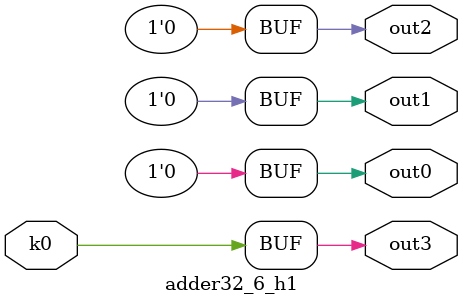
<source format=v>
module adder32_6(pi0, pi1, pi2, pi3, pi4, po0, po1, po2, po3);
input pi0, pi1, pi2, pi3, pi4;
output po0, po1, po2, po3;
wire k0;
adder32_6_w1 DUT1 (pi0, pi1, pi2, pi3, pi4, k0);
adder32_6_h1 DUT2 (k0, po0, po1, po2, po3);
endmodule

module adder32_6_w1(in4, in3, in2, in1, in0, k0);
input in4, in3, in2, in1, in0;
output k0;
assign k0 =   in4 ? (~in2 ^ in0) : (in2 ^ in0);
endmodule

module adder32_6_h1(k0, out3, out2, out1, out0);
input k0;
output out3, out2, out1, out0;
assign out0 = 0;
assign out1 = 0;
assign out2 = 0;
assign out3 = k0;
endmodule

</source>
